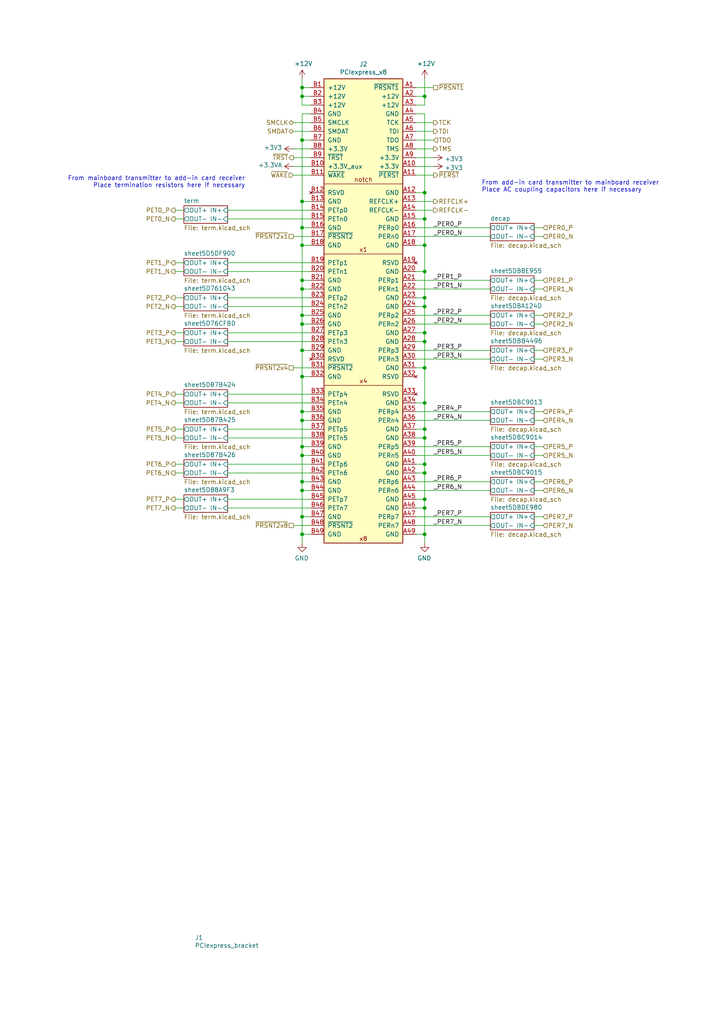
<source format=kicad_sch>
(kicad_sch (version 20211123) (generator eeschema)
  (paper "A4" portrait)
  (title_block (title "PCIexpress_x8_half") (company "Author: Luca Anastasio"))
  (lib_symbols
    (symbol "PCIexpress:PCIexpress_bracket" (pin_names (offset 1.016))
      (property "Reference" "J" (at 0 0 0))
      (property "Value" "PCIexpress_bracket" (at 0 0 0))
    )
    (symbol "PCIexpress:PCIexpress_x8" (pin_names (offset 1.016))
      (property "Reference" "J" (at 0 3.81 0))
      (property "Value" "PCIexpress_x8" (at 0 1.27 0))
      (symbol "PCIexpress_x8_0_0"
        (polyline (pts (xy 11.43 -88.9) (xy -11.43 -88.9)))
        (text "x4" (at 0 -87.63 0) (effects (font (size 1.27 1.27))))
        (text "x8" (at 0 -133.35 0) (effects (font (size 1.27 1.27))))
      )
      (symbol "PCIexpress_x8_1_1"
        (polyline (pts (xy 11.43 -50.8) (xy -11.43 -50.8)))
        (polyline (pts (xy 11.43 -30.48) (xy -11.43 -30.48)))
        (rectangle (start 11.43 0) (end -11.43 -134.62) (stroke (width 0.254)) (fill (type background)))
        (text "notch" (at 0 -29.21 0) (effects (font (size 1.27 1.27))))
        (text "x1" (at 0 -49.53 0) (effects (font (size 1.27 1.27))))
        (pin passive line (at 15.24 -2.54 180) (length 3.81) (name "~{PRSNT1}") (number "A1"))
        (pin power_out line (at 15.24 -25.4 180) (length 3.81) (name "+3.3V") (number "A10"))
        (pin output line (at 15.24 -27.94 180) (length 3.81) (name "~{PERST}") (number "A11"))
        (pin power_out line (at 15.24 -33.02 180) (length 3.81) (name "GND") (number "A12"))
        (pin output line (at 15.24 -35.56 180) (length 3.81) (name "REFCLK+") (number "A13"))
        (pin output line (at 15.24 -38.1 180) (length 3.81) (name "REFCLK-") (number "A14"))
        (pin power_out line (at 15.24 -40.64 180) (length 3.81) (name "GND") (number "A15"))
        (pin input line (at 15.24 -43.18 180) (length 3.81) (name "PERp0") (number "A16"))
        (pin input line (at 15.24 -45.72 180) (length 3.81) (name "PERn0") (number "A17"))
        (pin power_out line (at 15.24 -48.26 180) (length 3.81) (name "GND") (number "A18"))
        (pin no_connect line (at 15.24 -53.34 180) (length 3.81) (name "RSVD") (number "A19"))
        (pin power_out line (at 15.24 -5.08 180) (length 3.81) (name "+12V") (number "A2"))
        (pin power_out line (at 15.24 -55.88 180) (length 3.81) (name "GND") (number "A20"))
        (pin input line (at 15.24 -58.42 180) (length 3.81) (name "PERp1") (number "A21"))
        (pin input line (at 15.24 -60.96 180) (length 3.81) (name "PERn1") (number "A22"))
        (pin power_out line (at 15.24 -63.5 180) (length 3.81) (name "GND") (number "A23"))
        (pin power_out line (at 15.24 -66.04 180) (length 3.81) (name "GND") (number "A24"))
        (pin input line (at 15.24 -68.58 180) (length 3.81) (name "PERp2") (number "A25"))
        (pin input line (at 15.24 -71.12 180) (length 3.81) (name "PERn2") (number "A26"))
        (pin power_out line (at 15.24 -73.66 180) (length 3.81) (name "GND") (number "A27"))
        (pin power_out line (at 15.24 -76.2 180) (length 3.81) (name "GND") (number "A28"))
        (pin input line (at 15.24 -78.74 180) (length 3.81) (name "PERp3") (number "A29"))
        (pin power_out line (at 15.24 -7.62 180) (length 3.81) (name "+12V") (number "A3"))
        (pin input line (at 15.24 -81.28 180) (length 3.81) (name "PERn3") (number "A30"))
        (pin power_out line (at 15.24 -83.82 180) (length 3.81) (name "GND") (number "A31"))
        (pin no_connect line (at 15.24 -86.36 180) (length 3.81) (name "RSVD") (number "A32"))
        (pin no_connect line (at 15.24 -91.44 180) (length 3.81) (name "RSVD") (number "A33"))
        (pin power_out line (at 15.24 -93.98 180) (length 3.81) (name "GND") (number "A34"))
        (pin input line (at 15.24 -96.52 180) (length 3.81) (name "PERp4") (number "A35"))
        (pin input line (at 15.24 -99.06 180) (length 3.81) (name "PERn4") (number "A36"))
        (pin power_out line (at 15.24 -101.6 180) (length 3.81) (name "GND") (number "A37"))
        (pin power_out line (at 15.24 -104.14 180) (length 3.81) (name "GND") (number "A38"))
        (pin input line (at 15.24 -106.68 180) (length 3.81) (name "PERp5") (number "A39"))
        (pin power_out line (at 15.24 -10.16 180) (length 3.81) (name "GND") (number "A4"))
        (pin input line (at 15.24 -109.22 180) (length 3.81) (name "PERn5") (number "A40"))
        (pin power_out line (at 15.24 -111.76 180) (length 3.81) (name "GND") (number "A41"))
        (pin power_out line (at 15.24 -114.3 180) (length 3.81) (name "GND") (number "A42"))
        (pin input line (at 15.24 -116.84 180) (length 3.81) (name "PERp6") (number "A43"))
        (pin input line (at 15.24 -119.38 180) (length 3.81) (name "PERn6") (number "A44"))
        (pin power_out line (at 15.24 -121.92 180) (length 3.81) (name "GND") (number "A45"))
        (pin power_out line (at 15.24 -124.46 180) (length 3.81) (name "GND") (number "A46"))
        (pin input line (at 15.24 -127 180) (length 3.81) (name "PERp7") (number "A47"))
        (pin input line (at 15.24 -129.54 180) (length 3.81) (name "PERn7") (number "A48"))
        (pin power_out line (at 15.24 -132.08 180) (length 3.81) (name "GND") (number "A49"))
        (pin output line (at 15.24 -12.7 180) (length 3.81) (name "TCK") (number "A5"))
        (pin output line (at 15.24 -15.24 180) (length 3.81) (name "TDI") (number "A6"))
        (pin input line (at 15.24 -17.78 180) (length 3.81) (name "TDO") (number "A7"))
        (pin output line (at 15.24 -20.32 180) (length 3.81) (name "TMS") (number "A8"))
        (pin power_out line (at 15.24 -22.86 180) (length 3.81) (name "+3.3V") (number "A9"))
        (pin power_out line (at -15.24 -2.54 0) (length 3.81) (name "+12V") (number "B1"))
        (pin power_out line (at -15.24 -25.4 0) (length 3.81) (name "+3.3V_aux") (number "B10"))
        (pin open_collector line (at -15.24 -27.94 0) (length 3.81) (name "~{WAKE}") (number "B11"))
        (pin no_connect line (at -15.24 -33.02 0) (length 3.81) (name "RSVD") (number "B12"))
        (pin power_out line (at -15.24 -35.56 0) (length 3.81) (name "GND") (number "B13"))
        (pin output line (at -15.24 -38.1 0) (length 3.81) (name "PETp0") (number "B14"))
        (pin output line (at -15.24 -40.64 0) (length 3.81) (name "PETn0") (number "B15"))
        (pin power_out line (at -15.24 -43.18 0) (length 3.81) (name "GND") (number "B16"))
        (pin passive line (at -15.24 -45.72 0) (length 3.81) (name "~{PRSNT2}") (number "B17"))
        (pin power_out line (at -15.24 -48.26 0) (length 3.81) (name "GND") (number "B18"))
        (pin output line (at -15.24 -53.34 0) (length 3.81) (name "PETp1") (number "B19"))
        (pin power_out line (at -15.24 -5.08 0) (length 3.81) (name "+12V") (number "B2"))
        (pin output line (at -15.24 -55.88 0) (length 3.81) (name "PETn1") (number "B20"))
        (pin power_out line (at -15.24 -58.42 0) (length 3.81) (name "GND") (number "B21"))
        (pin power_out line (at -15.24 -60.96 0) (length 3.81) (name "GND") (number "B22"))
        (pin output line (at -15.24 -63.5 0) (length 3.81) (name "PETp2") (number "B23"))
        (pin output line (at -15.24 -66.04 0) (length 3.81) (name "PETn2") (number "B24"))
        (pin power_out line (at -15.24 -68.58 0) (length 3.81) (name "GND") (number "B25"))
        (pin power_out line (at -15.24 -71.12 0) (length 3.81) (name "GND") (number "B26"))
        (pin output line (at -15.24 -73.66 0) (length 3.81) (name "PETp3") (number "B27"))
        (pin output line (at -15.24 -76.2 0) (length 3.81) (name "PETn3") (number "B28"))
        (pin power_out line (at -15.24 -78.74 0) (length 3.81) (name "GND") (number "B29"))
        (pin power_out line (at -15.24 -7.62 0) (length 3.81) (name "+12V") (number "B3"))
        (pin no_connect line (at -15.24 -81.28 0) (length 3.81) (name "RSVD") (number "B30"))
        (pin passive line (at -15.24 -83.82 0) (length 3.81) (name "~{PRSNT2}") (number "B31"))
        (pin power_out line (at -15.24 -86.36 0) (length 3.81) (name "GND") (number "B32"))
        (pin output line (at -15.24 -91.44 0) (length 3.81) (name "PETp4") (number "B33"))
        (pin output line (at -15.24 -93.98 0) (length 3.81) (name "PETn4") (number "B34"))
        (pin power_out line (at -15.24 -96.52 0) (length 3.81) (name "GND") (number "B35"))
        (pin power_out line (at -15.24 -99.06 0) (length 3.81) (name "GND") (number "B36"))
        (pin output line (at -15.24 -101.6 0) (length 3.81) (name "PETp5") (number "B37"))
        (pin output line (at -15.24 -104.14 0) (length 3.81) (name "PETn5") (number "B38"))
        (pin power_out line (at -15.24 -106.68 0) (length 3.81) (name "GND") (number "B39"))
        (pin power_out line (at -15.24 -10.16 0) (length 3.81) (name "GND") (number "B4"))
        (pin power_out line (at -15.24 -109.22 0) (length 3.81) (name "GND") (number "B40"))
        (pin output line (at -15.24 -111.76 0) (length 3.81) (name "PETp6") (number "B41"))
        (pin output line (at -15.24 -114.3 0) (length 3.81) (name "PETn6") (number "B42"))
        (pin power_out line (at -15.24 -116.84 0) (length 3.81) (name "GND") (number "B43"))
        (pin power_out line (at -15.24 -119.38 0) (length 3.81) (name "GND") (number "B44"))
        (pin output line (at -15.24 -121.92 0) (length 3.81) (name "PETp7") (number "B45"))
        (pin output line (at -15.24 -124.46 0) (length 3.81) (name "PETn7") (number "B46"))
        (pin power_out line (at -15.24 -127 0) (length 3.81) (name "GND") (number "B47"))
        (pin passive line (at -15.24 -129.54 0) (length 3.81) (name "~{PRSNT2}") (number "B48"))
        (pin power_out line (at -15.24 -132.08 0) (length 3.81) (name "GND") (number "B49"))
        (pin open_collector line (at -15.24 -12.7 0) (length 3.81) (name "SMCLK") (number "B5"))
        (pin open_collector line (at -15.24 -15.24 0) (length 3.81) (name "SMDAT") (number "B6"))
        (pin power_out line (at -15.24 -17.78 0) (length 3.81) (name "GND") (number "B7"))
        (pin power_out line (at -15.24 -20.32 0) (length 3.81) (name "+3.3V") (number "B8"))
        (pin output line (at -15.24 -22.86 0) (length 3.81) (name "~{TRST}") (number "B9"))
      )
    )
    (symbol "PCIexpress_x8_half-rescue:+3.3V-power" (power) (pin_names (offset 0))
      (property "Value" "+3.3V-power" (at 0 3.556 0))
      (symbol "+3.3V-power_0_1"
        (polyline (pts (xy -0.762 1.27) (xy 0 2.54)))
        (polyline (pts (xy 0 0) (xy 0 2.54)))
        (polyline (pts (xy 0 2.54) (xy 0.762 1.27)))
      )
      (symbol "+3.3V-power_1_1"
        (pin power_in line (at 0 0 90) (length 0) hide (name "+3V3") (number "1"))
      )
    )
    (symbol "power:+12V" (power) (pin_names (offset 0))
      (property "Value" "+12V" (at 0 3.556 0))
      (symbol "+12V_0_1"
        (polyline (pts (xy -0.762 1.27) (xy 0 2.54)))
        (polyline (pts (xy 0 0) (xy 0 2.54)))
        (polyline (pts (xy 0 2.54) (xy 0.762 1.27)))
      )
      (symbol "+12V_1_1"
        (pin power_in line (at 0 0 90) (length 0) hide (name "+12V") (number "1"))
      )
    )
    (symbol "power:+3.3VA" (power) (pin_names (offset 0))
      (property "Value" "+3.3VA" (at 0 3.556 0))
      (symbol "+3.3VA_0_1"
        (polyline (pts (xy -0.762 1.27) (xy 0 2.54)))
        (polyline (pts (xy 0 0) (xy 0 2.54)))
        (polyline (pts (xy 0 2.54) (xy 0.762 1.27)))
      )
      (symbol "+3.3VA_1_1"
        (pin power_in line (at 0 0 90) (length 0) hide (name "+3.3VA") (number "1"))
      )
    )
    (symbol "power:GND" (power) (pin_names (offset 0))
      (property "Value" "GND" (at 0 -3.81 0))
      (symbol "GND_0_1"
        (polyline (pts (xy 0 0) (xy 0 -1.27) (xy 1.27 -1.27) (xy 0 -2.54) (xy -1.27 -1.27) (xy 0 -1.27)))
      )
      (symbol "GND_1_1"
        (pin power_in line (at 0 0 270) (length 0) hide (name "GND") (number "1"))
      )
    )
  )
  (junction (at 123.19 116.84))
  (junction (at 87.63 154.94))
  (junction (at 87.63 132.08))
  (junction (at 123.19 124.46))
  (junction (at 87.63 58.42))
  (junction (at 123.19 78.74))
  (junction (at 123.19 55.88))
  (junction (at 123.19 154.94))
  (junction (at 87.63 71.12))
  (junction (at 123.19 27.94))
  (junction (at 87.63 139.7))
  (junction (at 87.63 91.44))
  (junction (at 87.63 66.04))
  (junction (at 123.19 99.06))
  (junction (at 87.63 142.24))
  (junction (at 87.63 149.86))
  (junction (at 123.19 96.52))
  (junction (at 87.63 40.64))
  (junction (at 123.19 144.78))
  (junction (at 123.19 86.36))
  (junction (at 123.19 127))
  (junction (at 87.63 119.38))
  (junction (at 87.63 129.54))
  (junction (at 87.63 81.28))
  (junction (at 123.19 137.16))
  (junction (at 87.63 83.82))
  (junction (at 87.63 121.92))
  (junction (at 87.63 101.6))
  (junction (at 87.63 109.22))
  (junction (at 123.19 88.9))
  (junction (at 123.19 147.32))
  (junction (at 87.63 25.4))
  (junction (at 123.19 63.5))
  (junction (at 123.19 134.62))
  (junction (at 123.19 71.12))
  (junction (at 87.63 93.98))
  (junction (at 87.63 27.94))
  (junction (at 123.19 106.68))
  (wire (pts (xy 120.65 50.8) (xy 125.73 50.8)))
  (wire (pts (xy 120.65 149.86) (xy 142.24 149.86)))
  (wire (pts (xy 123.19 30.48) (xy 123.19 27.94)))
  (wire (pts (xy 87.63 132.08) (xy 87.63 129.54)))
  (wire (pts (xy 90.17 25.4) (xy 87.63 25.4)))
  (wire (pts (xy 87.63 27.94) (xy 87.63 25.4)))
  (wire (pts (xy 87.63 157.48) (xy 87.63 154.94)))
  (wire (pts (xy 120.65 63.5) (xy 123.19 63.5)))
  (wire (pts (xy 120.65 96.52) (xy 123.19 96.52)))
  (wire (pts (xy 123.19 33.02) (xy 120.65 33.02)))
  (wire (pts (xy 90.17 58.42) (xy 87.63 58.42)))
  (wire (pts (xy 123.19 144.78) (xy 123.19 147.32)))
  (wire (pts (xy 154.94 119.38) (xy 157.48 119.38)))
  (wire (pts (xy 90.17 30.48) (xy 87.63 30.48)))
  (wire (pts (xy 85.09 38.1) (xy 90.17 38.1)))
  (wire (pts (xy 123.19 63.5) (xy 123.19 71.12)))
  (wire (pts (xy 50.8 134.62) (xy 53.34 134.62)))
  (wire (pts (xy 90.17 121.92) (xy 87.63 121.92)))
  (wire (pts (xy 66.04 116.84) (xy 90.17 116.84)))
  (wire (pts (xy 120.65 35.56) (xy 125.73 35.56)))
  (wire (pts (xy 85.09 45.72) (xy 90.17 45.72)))
  (wire (pts (xy 50.8 60.96) (xy 53.34 60.96)))
  (wire (pts (xy 50.8 78.74) (xy 53.34 78.74)))
  (wire (pts (xy 120.65 116.84) (xy 123.19 116.84)))
  (wire (pts (xy 154.94 93.98) (xy 157.48 93.98)))
  (wire (pts (xy 66.04 137.16) (xy 90.17 137.16)))
  (wire (pts (xy 87.63 25.4) (xy 87.63 22.86)))
  (wire (pts (xy 123.19 127) (xy 123.19 134.62)))
  (wire (pts (xy 154.94 132.08) (xy 157.48 132.08)))
  (wire (pts (xy 154.94 91.44) (xy 157.48 91.44)))
  (wire (pts (xy 87.63 121.92) (xy 87.63 119.38)))
  (wire (pts (xy 120.65 25.4) (xy 125.73 25.4)))
  (wire (pts (xy 154.94 104.14) (xy 157.48 104.14)))
  (wire (pts (xy 154.94 149.86) (xy 157.48 149.86)))
  (wire (pts (xy 120.65 104.14) (xy 142.24 104.14)))
  (wire (pts (xy 85.09 152.4) (xy 90.17 152.4)))
  (wire (pts (xy 90.17 66.04) (xy 87.63 66.04)))
  (wire (pts (xy 66.04 86.36) (xy 90.17 86.36)))
  (wire (pts (xy 120.65 144.78) (xy 123.19 144.78)))
  (wire (pts (xy 120.65 137.16) (xy 123.19 137.16)))
  (wire (pts (xy 66.04 114.3) (xy 90.17 114.3)))
  (wire (pts (xy 87.63 139.7) (xy 87.63 132.08)))
  (wire (pts (xy 66.04 99.06) (xy 90.17 99.06)))
  (wire (pts (xy 154.94 66.04) (xy 157.48 66.04)))
  (wire (pts (xy 120.65 71.12) (xy 123.19 71.12)))
  (wire (pts (xy 66.04 96.52) (xy 90.17 96.52)))
  (wire (pts (xy 120.65 88.9) (xy 123.19 88.9)))
  (wire (pts (xy 87.63 66.04) (xy 87.63 58.42)))
  (wire (pts (xy 87.63 58.42) (xy 87.63 40.64)))
  (wire (pts (xy 50.8 99.06) (xy 53.34 99.06)))
  (wire (pts (xy 90.17 132.08) (xy 87.63 132.08)))
  (wire (pts (xy 50.8 127) (xy 53.34 127)))
  (wire (pts (xy 85.09 43.18) (xy 90.17 43.18)))
  (wire (pts (xy 123.19 147.32) (xy 123.19 154.94)))
  (wire (pts (xy 50.8 88.9) (xy 53.34 88.9)))
  (wire (pts (xy 123.19 86.36) (xy 123.19 88.9)))
  (wire (pts (xy 120.65 127) (xy 123.19 127)))
  (wire (pts (xy 120.65 152.4) (xy 142.24 152.4)))
  (wire (pts (xy 123.19 27.94) (xy 120.65 27.94)))
  (wire (pts (xy 120.65 45.72) (xy 125.73 45.72)))
  (wire (pts (xy 87.63 83.82) (xy 87.63 81.28)))
  (wire (pts (xy 123.19 22.86) (xy 123.19 27.94)))
  (wire (pts (xy 154.94 83.82) (xy 157.48 83.82)))
  (wire (pts (xy 87.63 154.94) (xy 87.63 149.86)))
  (wire (pts (xy 85.09 50.8) (xy 90.17 50.8)))
  (wire (pts (xy 154.94 139.7) (xy 157.48 139.7)))
  (wire (pts (xy 120.65 68.58) (xy 142.24 68.58)))
  (wire (pts (xy 120.65 58.42) (xy 125.73 58.42)))
  (wire (pts (xy 50.8 86.36) (xy 53.34 86.36)))
  (wire (pts (xy 120.65 124.46) (xy 123.19 124.46)))
  (wire (pts (xy 154.94 129.54) (xy 157.48 129.54)))
  (wire (pts (xy 120.65 101.6) (xy 142.24 101.6)))
  (wire (pts (xy 123.19 134.62) (xy 123.19 137.16)))
  (wire (pts (xy 66.04 144.78) (xy 90.17 144.78)))
  (wire (pts (xy 87.63 119.38) (xy 87.63 109.22)))
  (wire (pts (xy 87.63 33.02) (xy 90.17 33.02)))
  (wire (pts (xy 90.17 81.28) (xy 87.63 81.28)))
  (wire (pts (xy 50.8 96.52) (xy 53.34 96.52)))
  (wire (pts (xy 120.65 99.06) (xy 123.19 99.06)))
  (wire (pts (xy 120.65 86.36) (xy 123.19 86.36)))
  (wire (pts (xy 123.19 55.88) (xy 123.19 63.5)))
  (wire (pts (xy 154.94 81.28) (xy 157.48 81.28)))
  (wire (pts (xy 154.94 121.92) (xy 157.48 121.92)))
  (wire (pts (xy 50.8 144.78) (xy 53.34 144.78)))
  (wire (pts (xy 154.94 68.58) (xy 157.48 68.58)))
  (wire (pts (xy 90.17 93.98) (xy 87.63 93.98)))
  (wire (pts (xy 66.04 60.96) (xy 90.17 60.96)))
  (wire (pts (xy 90.17 83.82) (xy 87.63 83.82)))
  (wire (pts (xy 123.19 116.84) (xy 123.19 124.46)))
  (wire (pts (xy 123.19 88.9) (xy 123.19 96.52)))
  (wire (pts (xy 90.17 129.54) (xy 87.63 129.54)))
  (wire (pts (xy 66.04 127) (xy 90.17 127)))
  (wire (pts (xy 120.65 142.24) (xy 142.24 142.24)))
  (wire (pts (xy 154.94 142.24) (xy 157.48 142.24)))
  (wire (pts (xy 120.65 93.98) (xy 142.24 93.98)))
  (wire (pts (xy 87.63 40.64) (xy 87.63 33.02)))
  (wire (pts (xy 50.8 147.32) (xy 53.34 147.32)))
  (wire (pts (xy 120.65 30.48) (xy 123.19 30.48)))
  (wire (pts (xy 90.17 149.86) (xy 87.63 149.86)))
  (wire (pts (xy 87.63 149.86) (xy 87.63 142.24)))
  (wire (pts (xy 120.65 78.74) (xy 123.19 78.74)))
  (wire (pts (xy 120.65 91.44) (xy 142.24 91.44)))
  (wire (pts (xy 90.17 109.22) (xy 87.63 109.22)))
  (wire (pts (xy 120.65 134.62) (xy 123.19 134.62)))
  (wire (pts (xy 87.63 71.12) (xy 87.63 66.04)))
  (wire (pts (xy 123.19 124.46) (xy 123.19 127)))
  (wire (pts (xy 123.19 71.12) (xy 123.19 78.74)))
  (wire (pts (xy 120.65 48.26) (xy 125.73 48.26)))
  (wire (pts (xy 85.09 106.68) (xy 90.17 106.68)))
  (wire (pts (xy 87.63 109.22) (xy 87.63 101.6)))
  (wire (pts (xy 50.8 124.46) (xy 53.34 124.46)))
  (wire (pts (xy 120.65 119.38) (xy 142.24 119.38)))
  (wire (pts (xy 66.04 76.2) (xy 90.17 76.2)))
  (wire (pts (xy 90.17 142.24) (xy 87.63 142.24)))
  (wire (pts (xy 90.17 40.64) (xy 87.63 40.64)))
  (wire (pts (xy 66.04 78.74) (xy 90.17 78.74)))
  (wire (pts (xy 50.8 114.3) (xy 53.34 114.3)))
  (wire (pts (xy 66.04 134.62) (xy 90.17 134.62)))
  (wire (pts (xy 66.04 124.46) (xy 90.17 124.46)))
  (wire (pts (xy 66.04 147.32) (xy 90.17 147.32)))
  (wire (pts (xy 85.09 48.26) (xy 90.17 48.26)))
  (wire (pts (xy 87.63 81.28) (xy 87.63 71.12)))
  (wire (pts (xy 120.65 38.1) (xy 125.73 38.1)))
  (wire (pts (xy 90.17 68.58) (xy 85.09 68.58)))
  (wire (pts (xy 120.65 106.68) (xy 123.19 106.68)))
  (wire (pts (xy 120.65 83.82) (xy 142.24 83.82)))
  (wire (pts (xy 90.17 71.12) (xy 87.63 71.12)))
  (wire (pts (xy 120.65 132.08) (xy 142.24 132.08)))
  (wire (pts (xy 120.65 154.94) (xy 123.19 154.94)))
  (wire (pts (xy 123.19 157.48) (xy 123.19 154.94)))
  (wire (pts (xy 50.8 63.5) (xy 53.34 63.5)))
  (wire (pts (xy 123.19 137.16) (xy 123.19 144.78)))
  (wire (pts (xy 120.65 66.04) (xy 142.24 66.04)))
  (wire (pts (xy 123.19 33.02) (xy 123.19 55.88)))
  (wire (pts (xy 120.65 81.28) (xy 142.24 81.28)))
  (wire (pts (xy 90.17 119.38) (xy 87.63 119.38)))
  (wire (pts (xy 120.65 139.7) (xy 142.24 139.7)))
  (wire (pts (xy 120.65 55.88) (xy 123.19 55.88)))
  (wire (pts (xy 123.19 78.74) (xy 123.19 86.36)))
  (wire (pts (xy 120.65 43.18) (xy 125.73 43.18)))
  (wire (pts (xy 50.8 137.16) (xy 53.34 137.16)))
  (wire (pts (xy 66.04 63.5) (xy 90.17 63.5)))
  (wire (pts (xy 87.63 27.94) (xy 90.17 27.94)))
  (wire (pts (xy 90.17 154.94) (xy 87.63 154.94)))
  (wire (pts (xy 120.65 60.96) (xy 125.73 60.96)))
  (wire (pts (xy 120.65 147.32) (xy 123.19 147.32)))
  (wire (pts (xy 90.17 101.6) (xy 87.63 101.6)))
  (wire (pts (xy 154.94 152.4) (xy 157.48 152.4)))
  (wire (pts (xy 50.8 116.84) (xy 53.34 116.84)))
  (wire (pts (xy 123.19 96.52) (xy 123.19 99.06)))
  (wire (pts (xy 120.65 129.54) (xy 142.24 129.54)))
  (wire (pts (xy 87.63 93.98) (xy 87.63 91.44)))
  (wire (pts (xy 85.09 35.56) (xy 90.17 35.56)))
  (wire (pts (xy 87.63 30.48) (xy 87.63 27.94)))
  (wire (pts (xy 123.19 106.68) (xy 123.19 116.84)))
  (wire (pts (xy 90.17 139.7) (xy 87.63 139.7)))
  (wire (pts (xy 66.04 88.9) (xy 90.17 88.9)))
  (wire (pts (xy 123.19 99.06) (xy 123.19 106.68)))
  (wire (pts (xy 90.17 91.44) (xy 87.63 91.44)))
  (wire (pts (xy 87.63 91.44) (xy 87.63 83.82)))
  (wire (pts (xy 154.94 101.6) (xy 157.48 101.6)))
  (wire (pts (xy 87.63 129.54) (xy 87.63 121.92)))
  (wire (pts (xy 120.65 40.64) (xy 125.73 40.64)))
  (wire (pts (xy 87.63 101.6) (xy 87.63 93.98)))
  (wire (pts (xy 50.8 76.2) (xy 53.34 76.2)))
  (wire (pts (xy 87.63 142.24) (xy 87.63 139.7)))
  (wire (pts (xy 120.65 121.92) (xy 142.24 121.92)))
  (text "From add-in card transmitter to mainboard receiver\nPlace AC coupling capacitors here if necessary" (at 139.7 55.88 0) (effects (font (size 1.27 1.27)) (justify left bottom)))
  (text "From mainboard transmitter to add-in card receiver\nPlace termination resistors here if necessary" (at 71.12 54.61 180) (effects (font (size 1.27 1.27)) (justify right bottom)))
  (label "_PER5_N" (at 125.73 132.08 0))
  (label "_PER6_P" (at 125.73 139.7 0))
  (label "_PER2_N" (at 125.73 93.98 0))
  (label "_PER7_N" (at 125.73 152.4 0))
  (label "_PER0_N" (at 125.73 68.58 0))
  (label "_PER6_N" (at 125.73 142.24 0))
  (label "_PER1_P" (at 125.73 81.28 0))
  (label "_PER0_P" (at 125.73 66.04 0))
  (label "_PER3_P" (at 125.73 101.6 0))
  (label "_PER5_P" (at 125.73 129.54 0))
  (label "_PER7_P" (at 125.73 149.86 0))
  (label "_PER2_P" (at 125.73 91.44 0))
  (label "_PER1_N" (at 125.73 83.82 0))
  (label "_PER4_P" (at 125.73 119.38 0))
  (label "_PER3_N" (at 125.73 104.14 0))
  (label "_PER4_N" (at 125.73 121.92 0))
  (hierarchical_label "PET7_N" (shape output) (at 50.8 147.32 180))
  (hierarchical_label "PER0_N" (shape input) (at 157.48 68.58 0))
  (hierarchical_label "PER3_N" (shape input) (at 157.48 104.14 0))
  (hierarchical_label "TCK" (shape output) (at 125.73 35.56 0))
  (hierarchical_label "PER3_P" (shape input) (at 157.48 101.6 0))
  (hierarchical_label "~{TRST}" (shape output) (at 85.09 45.72 180))
  (hierarchical_label "TMS" (shape output) (at 125.73 43.18 0))
  (hierarchical_label "REFCLK+" (shape output) (at 125.73 58.42 0))
  (hierarchical_label "PET7_P" (shape output) (at 50.8 144.78 180))
  (hierarchical_label "PET1_P" (shape output) (at 50.8 76.2 180))
  (hierarchical_label "PET0_N" (shape output) (at 50.8 63.5 180))
  (hierarchical_label "PER6_N" (shape input) (at 157.48 142.24 0))
  (hierarchical_label "PET3_P" (shape output) (at 50.8 96.52 180))
  (hierarchical_label "PET5_P" (shape output) (at 50.8 124.46 180))
  (hierarchical_label "TDO" (shape input) (at 125.73 40.64 0))
  (hierarchical_label "TDI" (shape output) (at 125.73 38.1 0))
  (hierarchical_label "REFCLK-" (shape output) (at 125.73 60.96 0))
  (hierarchical_label "PER5_N" (shape input) (at 157.48 132.08 0))
  (hierarchical_label "PET4_N" (shape output) (at 50.8 116.84 180))
  (hierarchical_label "~{PRSNT2x4}" (shape passive) (at 85.09 106.68 180))
  (hierarchical_label "PET4_P" (shape output) (at 50.8 114.3 180))
  (hierarchical_label "PER4_N" (shape input) (at 157.48 121.92 0))
  (hierarchical_label "PER1_P" (shape input) (at 157.48 81.28 0))
  (hierarchical_label "~{PRSNT2x1}" (shape passive) (at 85.09 68.58 180))
  (hierarchical_label "SMDAT" (shape bidirectional) (at 85.09 38.1 180))
  (hierarchical_label "PET3_N" (shape output) (at 50.8 99.06 180))
  (hierarchical_label "PET0_P" (shape output) (at 50.8 60.96 180))
  (hierarchical_label "PER7_N" (shape input) (at 157.48 152.4 0))
  (hierarchical_label "PET2_P" (shape output) (at 50.8 86.36 180))
  (hierarchical_label "PET6_P" (shape output) (at 50.8 134.62 180))
  (hierarchical_label "~{PERST}" (shape output) (at 125.73 50.8 0))
  (hierarchical_label "PER6_P" (shape input) (at 157.48 139.7 0))
  (hierarchical_label "PET5_N" (shape output) (at 50.8 127 180))
  (hierarchical_label "PER0_P" (shape input) (at 157.48 66.04 0))
  (hierarchical_label "~{PRSNT2x8}" (shape passive) (at 85.09 152.4 180))
  (hierarchical_label "PER2_N" (shape input) (at 157.48 93.98 0))
  (hierarchical_label "~{WAKE}" (shape input) (at 85.09 50.8 180))
  (hierarchical_label "PER1_N" (shape input) (at 157.48 83.82 0))
  (hierarchical_label "PET6_N" (shape output) (at 50.8 137.16 180))
  (hierarchical_label "PER2_P" (shape input) (at 157.48 91.44 0))
  (hierarchical_label "PET1_N" (shape output) (at 50.8 78.74 180))
  (hierarchical_label "PET2_N" (shape output) (at 50.8 88.9 180))
  (hierarchical_label "PER7_P" (shape input) (at 157.48 149.86 0))
  (hierarchical_label "PER5_P" (shape input) (at 157.48 129.54 0))
  (hierarchical_label "PER4_P" (shape input) (at 157.48 119.38 0))
  (hierarchical_label "SMCLK" (shape bidirectional) (at 85.09 35.56 180))
  (hierarchical_label "~{PRSNT1}" (shape passive) (at 125.73 25.4 0))
  (symbol (lib_id "PCIexpress:PCIexpress_bracket") (at 55.88 273.05 0) (unit 1)
    (property "Reference" "J1" (at 56.515 271.8816 0) (effects (justify left)))
    (property "Value" "PCIexpress_bracket" (at 56.515 274.193 0) (effects (justify left)))
    (property "Footprint" "PCIexpress:PCIexpress_bracket_full" (effects hide))
  )
  (symbol (lib_id "power:GND") (at 87.63 157.48 0) (mirror y) (unit 1)
    (property "Reference" "#PWR0101" (effects hide))
    (property "Value" "GND" (at 87.503 161.8742 0))
  )
  (symbol (lib_id "power:GND") (at 123.19 157.48 0) (mirror y) (unit 1)
    (property "Reference" "#PWR0102" (effects hide))
    (property "Value" "GND" (at 123.063 161.8742 0))
  )
  (symbol (lib_id "PCIexpress_x8_half-rescue:+3.3V-power") (at 85.09 43.18 90) (unit 1)
    (property "Reference" "#PWR?" (effects hide))
  )
  (symbol (lib_id "PCIexpress_x8_half-rescue:+3.3V-power") (at 125.73 45.72 270) (unit 1)
    (property "Reference" "#PWR?" (effects hide))
  )
  (symbol (lib_id "PCIexpress_x8_half-rescue:+3.3V-power") (at 125.73 48.26 270) (unit 1)
    (property "Reference" "#PWR?" (effects hide))
  )
  (symbol (lib_id "power:+3.3VA") (at 85.09 48.26 90) (unit 1)
    (property "Reference" "#PWR?" (effects hide))
  )
  (symbol (lib_id "power:+12V") (at 87.63 22.86 0) (unit 1)
    (property "Reference" "#PWR?" (effects hide))
  )
  (symbol (lib_id "power:+12V") (at 123.19 22.86 0) (unit 1)
    (property "Reference" "#PWR?" (effects hide))
  )
  (symbol (lib_id "PCIexpress:PCIexpress_x8") (at 105.41 22.86 0) (unit 1)
    (property "Reference" "J2" (at 105.41 18.6182 0))
    (property "Value" "PCIexpress_x8" (at 105.41 20.9296 0))
    (property "Footprint" "PCIexpress:PCIexpress_x8" (effects hide))
  )
  (sheet (at 53.34 59.69) (size 12.7 5.08)
    (property "Sheet name" "term" (at 53.34 58.9784 0) (effects (justify left bottom)))
    (property "Sheet file" "term.kicad_sch" (at 53.34 65.3546 0) (effects (justify left top)))
    (pin "IN+" input (at 66.04 60.96 0))
    (pin "IN-" input (at 66.04 63.5 0))
    (pin "OUT+" output (at 53.34 60.96 180))
    (pin "OUT-" output (at 53.34 63.5 180))
  )
  (sheet (at 53.34 74.93) (size 12.7 5.08)
    (property "Sheet name" "sheet5D5DF900" (at 53.34 74.2184 0) (effects (justify left bottom)))
    (property "Sheet file" "term.kicad_sch" (at 53.34 80.5946 0) (effects (justify left top)))
    (pin "IN+" input (at 66.04 76.2 0))
    (pin "IN-" input (at 66.04 78.74 0))
    (pin "OUT+" output (at 53.34 76.2 180))
    (pin "OUT-" output (at 53.34 78.74 180))
  )
  (sheet (at 53.34 85.09) (size 12.7 5.08)
    (property "Sheet name" "sheet5D761043" (at 53.34 84.3784 0) (effects (justify left bottom)))
    (property "Sheet file" "term.kicad_sch" (at 53.34 90.7546 0) (effects (justify left top)))
    (pin "IN+" input (at 66.04 86.36 0))
    (pin "IN-" input (at 66.04 88.9 0))
    (pin "OUT+" output (at 53.34 86.36 180))
    (pin "OUT-" output (at 53.34 88.9 180))
  )
  (sheet (at 53.34 95.25) (size 12.7 5.08)
    (property "Sheet name" "sheet5D76CFBD" (at 53.34 94.5384 0) (effects (justify left bottom)))
    (property "Sheet file" "term.kicad_sch" (at 53.34 100.9146 0) (effects (justify left top)))
    (pin "IN+" input (at 66.04 96.52 0))
    (pin "IN-" input (at 66.04 99.06 0))
    (pin "OUT+" output (at 53.34 96.52 180))
    (pin "OUT-" output (at 53.34 99.06 180))
  )
  (sheet (at 53.34 113.03) (size 12.7 5.08)
    (property "Sheet name" "sheet5D87B424" (at 53.34 112.3184 0) (effects (justify left bottom)))
    (property "Sheet file" "term.kicad_sch" (at 53.34 118.6946 0) (effects (justify left top)))
    (pin "IN+" input (at 66.04 114.3 0))
    (pin "IN-" input (at 66.04 116.84 0))
    (pin "OUT+" output (at 53.34 114.3 180))
    (pin "OUT-" output (at 53.34 116.84 180))
  )
  (sheet (at 53.34 123.19) (size 12.7 5.08)
    (property "Sheet name" "sheet5D87B425" (at 53.34 122.4784 0) (effects (justify left bottom)))
    (property "Sheet file" "term.kicad_sch" (at 53.34 128.8546 0) (effects (justify left top)))
    (pin "IN+" input (at 66.04 124.46 0))
    (pin "IN-" input (at 66.04 127 0))
    (pin "OUT+" output (at 53.34 124.46 180))
    (pin "OUT-" output (at 53.34 127 180))
  )
  (sheet (at 53.34 133.35) (size 12.7 5.08)
    (property "Sheet name" "sheet5D87B426" (at 53.34 132.6384 0) (effects (justify left bottom)))
    (property "Sheet file" "term.kicad_sch" (at 53.34 139.0146 0) (effects (justify left top)))
    (pin "IN+" input (at 66.04 134.62 0))
    (pin "IN-" input (at 66.04 137.16 0))
    (pin "OUT+" output (at 53.34 134.62 180))
    (pin "OUT-" output (at 53.34 137.16 180))
  )
  (sheet (at 53.34 143.51) (size 12.7 5.08)
    (property "Sheet name" "sheet5D88A9F3" (at 53.34 142.7984 0) (effects (justify left bottom)))
    (property "Sheet file" "term.kicad_sch" (at 53.34 149.1746 0) (effects (justify left top)))
    (pin "IN+" input (at 66.04 144.78 0))
    (pin "IN-" input (at 66.04 147.32 0))
    (pin "OUT+" output (at 53.34 144.78 180))
    (pin "OUT-" output (at 53.34 147.32 180))
  )
  (sheet (at 142.24 64.77) (size 12.7 5.08)
    (property "Sheet name" "decap" (at 142.24 64.0584 0) (effects (justify left bottom)))
    (property "Sheet file" "decap.kicad_sch" (at 142.24 70.4346 0) (effects (justify left top)))
    (pin "IN+" input (at 154.94 66.04 0))
    (pin "OUT+" output (at 142.24 66.04 180))
    (pin "OUT-" output (at 142.24 68.58 180))
    (pin "IN-" input (at 154.94 68.58 0))
  )
  (sheet (at 142.24 80.01) (size 12.7 5.08)
    (property "Sheet name" "sheet5DB8E955" (at 142.24 79.2984 0) (effects (justify left bottom)))
    (property "Sheet file" "decap.kicad_sch" (at 142.24 85.6746 0) (effects (justify left top)))
    (pin "IN+" input (at 154.94 81.28 0))
    (pin "OUT+" output (at 142.24 81.28 180))
    (pin "OUT-" output (at 142.24 83.82 180))
    (pin "IN-" input (at 154.94 83.82 0))
  )
  (sheet (at 142.24 90.17) (size 12.7 5.08)
    (property "Sheet name" "sheet5DBA124D" (at 142.24 89.4584 0) (effects (justify left bottom)))
    (property "Sheet file" "decap.kicad_sch" (at 142.24 95.8346 0) (effects (justify left top)))
    (pin "IN+" input (at 154.94 91.44 0))
    (pin "OUT+" output (at 142.24 91.44 180))
    (pin "OUT-" output (at 142.24 93.98 180))
    (pin "IN-" input (at 154.94 93.98 0))
  )
  (sheet (at 142.24 100.33) (size 12.7 5.08)
    (property "Sheet name" "sheet5DBB4496" (at 142.24 99.6184 0) (effects (justify left bottom)))
    (property "Sheet file" "decap.kicad_sch" (at 142.24 105.9946 0) (effects (justify left top)))
    (pin "IN+" input (at 154.94 101.6 0))
    (pin "OUT+" output (at 142.24 101.6 180))
    (pin "OUT-" output (at 142.24 104.14 180))
    (pin "IN-" input (at 154.94 104.14 0))
  )
  (sheet (at 142.24 118.11) (size 12.7 5.08)
    (property "Sheet name" "sheet5DBC9013" (at 142.24 117.3984 0) (effects (justify left bottom)))
    (property "Sheet file" "decap.kicad_sch" (at 142.24 123.7746 0) (effects (justify left top)))
    (pin "IN+" input (at 154.94 119.38 0))
    (pin "OUT+" output (at 142.24 119.38 180))
    (pin "OUT-" output (at 142.24 121.92 180))
    (pin "IN-" input (at 154.94 121.92 0))
  )
  (sheet (at 142.24 128.27) (size 12.7 5.08)
    (property "Sheet name" "sheet5DBC9014" (at 142.24 127.5584 0) (effects (justify left bottom)))
    (property "Sheet file" "decap.kicad_sch" (at 142.24 133.9346 0) (effects (justify left top)))
    (pin "IN+" input (at 154.94 129.54 0))
    (pin "OUT+" output (at 142.24 129.54 180))
    (pin "OUT-" output (at 142.24 132.08 180))
    (pin "IN-" input (at 154.94 132.08 0))
  )
  (sheet (at 142.24 138.43) (size 12.7 5.08)
    (property "Sheet name" "sheet5DBC9015" (at 142.24 137.7184 0) (effects (justify left bottom)))
    (property "Sheet file" "decap.kicad_sch" (at 142.24 144.0946 0) (effects (justify left top)))
    (pin "IN+" input (at 154.94 139.7 0))
    (pin "OUT+" output (at 142.24 139.7 180))
    (pin "OUT-" output (at 142.24 142.24 180))
    (pin "IN-" input (at 154.94 142.24 0))
  )
  (sheet (at 142.24 148.59) (size 12.7 5.08)
    (property "Sheet name" "sheet5DBDE980" (at 142.24 147.8784 0) (effects (justify left bottom)))
    (property "Sheet file" "decap.kicad_sch" (at 142.24 154.2546 0) (effects (justify left top)))
    (pin "IN+" input (at 154.94 149.86 0))
    (pin "OUT+" output (at 142.24 149.86 180))
    (pin "OUT-" output (at 142.24 152.4 180))
    (pin "IN-" input (at 154.94 152.4 0))
  )
)
</source>
